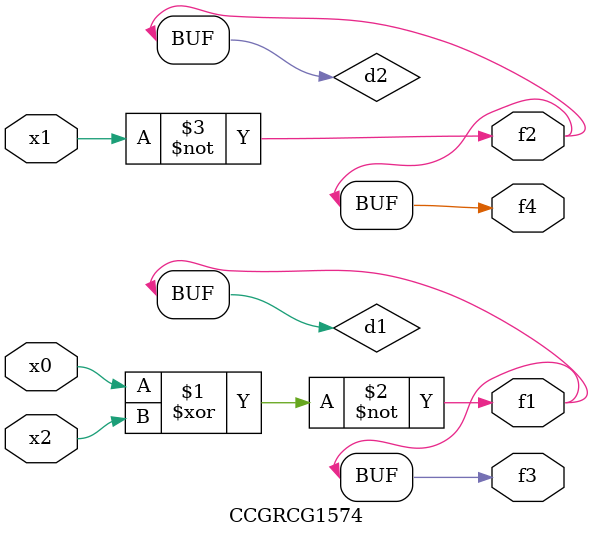
<source format=v>
module CCGRCG1574(
	input x0, x1, x2,
	output f1, f2, f3, f4
);

	wire d1, d2, d3;

	xnor (d1, x0, x2);
	nand (d2, x1);
	nor (d3, x1, x2);
	assign f1 = d1;
	assign f2 = d2;
	assign f3 = d1;
	assign f4 = d2;
endmodule

</source>
